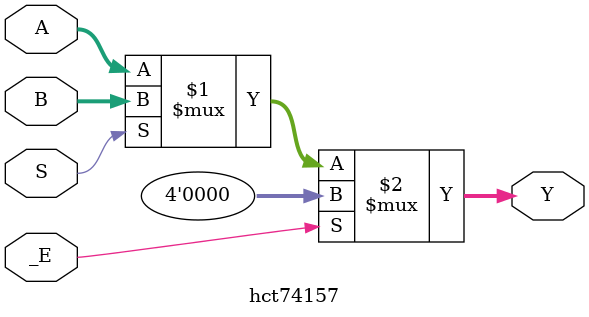
<source format=v>
               
`ifndef hct74157
`define hct74157

`timescale 1ns/1ns

module hct74157(_E, S, A, B, Y);
    input S, _E;
    input [3:0] A;
    input [3:0] B;
    output [3:0] Y;

    assign #(19) Y = _E? 4'b0 : S? B: A;

    //assign #(19) Y[0] = _E==1'b1? 1'b0 : (S & B[0]) | (!S & A[0]);
    //assign #(19) Y[1] = _E==1'b1? 1'b0 : (S & B[1]) | (!S & A[1]);
    //assign #(19) Y[2] = _E==1'b1? 1'b0 : (S & B[2]) | (!S & A[2]);
    //assign #(19) Y[3] = _E==1'b1? 1'b0 : (S & B[3]) | (!S & A[3]);
endmodule


`endif

</source>
